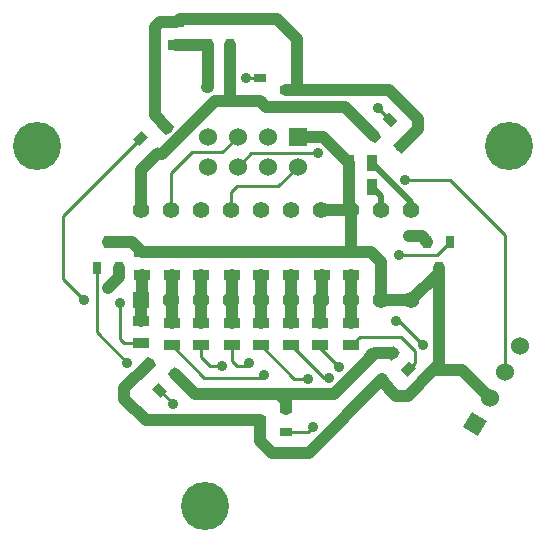
<source format=gbl>
G04 (created by PCBNEW (2013-dec-23)-stable) date Mon 23 Jun 2014 14:09:51 BST*
%MOIN*%
G04 Gerber Fmt 3.4, Leading zero omitted, Abs format*
%FSLAX34Y34*%
G01*
G70*
G90*
G04 APERTURE LIST*
%ADD10C,0.00590551*%
%ADD11R,0.0394X0.0315*%
%ADD12R,0.0315X0.0394*%
%ADD13R,0.035X0.055*%
%ADD14R,0.055X0.035*%
%ADD15R,0.06X0.06*%
%ADD16C,0.06*%
%ADD17R,0.055X0.055*%
%ADD18C,0.055*%
%ADD19C,0.16*%
%ADD20C,0.035*%
%ADD21C,0.0393701*%
%ADD22C,0.01*%
%ADD23C,0.019685*%
G04 APERTURE END LIST*
G54D10*
G54D11*
X83367Y-62711D03*
X84233Y-63086D03*
X84233Y-62336D03*
G54D10*
G36*
X87180Y-61372D02*
X87458Y-61094D01*
X87681Y-61316D01*
X87402Y-61595D01*
X87180Y-61372D01*
X87180Y-61372D01*
G37*
G36*
X88057Y-61025D02*
X88336Y-60746D01*
X88559Y-60969D01*
X88280Y-61248D01*
X88057Y-61025D01*
X88057Y-61025D01*
G37*
G36*
X87527Y-60495D02*
X87805Y-60216D01*
X88028Y-60439D01*
X87750Y-60717D01*
X87527Y-60495D01*
X87527Y-60495D01*
G37*
G36*
X79627Y-60580D02*
X79905Y-60858D01*
X79683Y-61081D01*
X79404Y-60802D01*
X79627Y-60580D01*
X79627Y-60580D01*
G37*
G36*
X79974Y-61457D02*
X80253Y-61736D01*
X80030Y-61959D01*
X79751Y-61680D01*
X79974Y-61457D01*
X79974Y-61457D01*
G37*
G36*
X80504Y-60927D02*
X80783Y-61205D01*
X80560Y-61428D01*
X80282Y-61150D01*
X80504Y-60927D01*
X80504Y-60927D01*
G37*
G54D12*
X78288Y-56767D03*
X77913Y-57633D03*
X78663Y-57633D03*
G54D10*
G36*
X80518Y-52928D02*
X80239Y-53207D01*
X80016Y-52984D01*
X80295Y-52706D01*
X80518Y-52928D01*
X80518Y-52928D01*
G37*
G36*
X79640Y-53276D02*
X79362Y-53554D01*
X79139Y-53331D01*
X79418Y-53053D01*
X79640Y-53276D01*
X79640Y-53276D01*
G37*
G36*
X80171Y-53806D02*
X79892Y-54085D01*
X79669Y-53862D01*
X79948Y-53583D01*
X80171Y-53806D01*
X80171Y-53806D01*
G37*
G54D11*
X84233Y-51688D03*
X83367Y-51313D03*
X83367Y-52063D03*
G54D10*
G36*
X88071Y-53819D02*
X87792Y-53541D01*
X88015Y-53318D01*
X88293Y-53597D01*
X88071Y-53819D01*
X88071Y-53819D01*
G37*
G36*
X87723Y-52942D02*
X87445Y-52663D01*
X87668Y-52440D01*
X87946Y-52719D01*
X87723Y-52942D01*
X87723Y-52942D01*
G37*
G36*
X87193Y-53472D02*
X86914Y-53194D01*
X87137Y-52971D01*
X87416Y-53249D01*
X87193Y-53472D01*
X87193Y-53472D01*
G37*
G54D12*
X89311Y-57633D03*
X89686Y-56767D03*
X88936Y-56767D03*
G54D13*
X86338Y-54916D03*
X87088Y-54916D03*
G54D14*
X81398Y-60212D03*
X81398Y-59462D03*
G54D13*
X86338Y-54129D03*
X87088Y-54129D03*
G54D14*
X86398Y-60212D03*
X86398Y-59462D03*
X86398Y-57850D03*
X86398Y-57100D03*
X85374Y-60212D03*
X85374Y-59462D03*
X85414Y-57850D03*
X85414Y-57100D03*
X83406Y-60212D03*
X83406Y-59462D03*
X83406Y-57850D03*
X83406Y-57100D03*
X84390Y-60212D03*
X84390Y-59462D03*
X84390Y-57850D03*
X84390Y-57100D03*
X82422Y-60212D03*
X82422Y-59462D03*
X82422Y-57850D03*
X82422Y-57100D03*
X81398Y-57850D03*
X81398Y-57100D03*
X79390Y-60134D03*
X79390Y-59384D03*
X79429Y-57850D03*
X79429Y-57100D03*
X80414Y-60212D03*
X80414Y-59462D03*
X80414Y-57850D03*
X80414Y-57100D03*
X80571Y-50193D03*
X80571Y-49443D03*
G54D15*
X84611Y-53255D03*
G54D16*
X84611Y-54255D03*
X83611Y-53255D03*
X83611Y-54255D03*
X82611Y-53255D03*
X82611Y-54255D03*
X81611Y-53255D03*
X81611Y-54255D03*
G54D10*
G36*
X90640Y-63239D02*
X90120Y-62939D01*
X90420Y-62419D01*
X90940Y-62719D01*
X90640Y-63239D01*
X90640Y-63239D01*
G37*
G54D16*
X91030Y-61963D03*
X91530Y-61097D03*
X92030Y-60231D03*
G54D17*
X79398Y-58700D03*
G54D18*
X80398Y-58700D03*
X81398Y-58700D03*
X82398Y-58700D03*
X83398Y-58700D03*
X84398Y-58700D03*
X85398Y-58700D03*
X86398Y-58700D03*
X87398Y-58700D03*
X88398Y-58700D03*
X88398Y-55700D03*
X87398Y-55700D03*
X86398Y-55700D03*
X85398Y-55700D03*
X84398Y-55700D03*
X83398Y-55700D03*
X82398Y-55700D03*
X81398Y-55700D03*
X80398Y-55700D03*
X79398Y-55700D03*
G54D19*
X81536Y-65566D03*
X91674Y-53558D03*
X75925Y-53558D03*
G54D12*
X81988Y-49326D03*
X81613Y-50192D03*
X82363Y-50192D03*
G54D20*
X84600Y-50900D03*
X78300Y-58300D03*
X87100Y-60500D03*
X88319Y-56574D03*
X88200Y-54700D03*
X85300Y-53800D03*
X81600Y-51600D03*
X78700Y-58800D03*
X88000Y-57200D03*
X82100Y-60900D03*
X82900Y-51300D03*
X83000Y-60800D03*
X77500Y-58700D03*
X85650Y-61298D03*
X80449Y-62148D03*
X84973Y-61314D03*
X78937Y-60798D03*
X85126Y-62928D03*
X85996Y-60920D03*
X83500Y-61200D03*
X87900Y-59400D03*
X88800Y-60200D03*
X87300Y-52300D03*
G54D21*
X84600Y-50900D02*
X84600Y-51688D01*
X83926Y-49326D02*
X81988Y-49326D01*
X84600Y-50900D02*
X84600Y-50000D01*
X84600Y-50000D02*
X83926Y-49326D01*
X91030Y-61963D02*
X90095Y-61028D01*
X90095Y-61028D02*
X89128Y-61028D01*
X84611Y-53255D02*
X85464Y-53255D01*
X85464Y-53255D02*
X86338Y-54129D01*
X80267Y-52956D02*
X79855Y-52544D01*
X80013Y-49443D02*
X80571Y-49443D01*
X79855Y-49601D02*
X80013Y-49443D01*
X79855Y-52544D02*
X79855Y-49601D01*
X88043Y-53569D02*
X88618Y-52993D01*
X88618Y-52993D02*
X88618Y-52652D01*
X88618Y-52652D02*
X87654Y-51688D01*
X87654Y-51688D02*
X84600Y-51688D01*
X84600Y-51688D02*
X84579Y-51688D01*
X84233Y-51688D02*
X84579Y-51688D01*
X89311Y-57633D02*
X89311Y-60845D01*
X87398Y-61377D02*
X87430Y-61344D01*
X87902Y-61881D02*
X87398Y-61377D01*
X88276Y-61881D02*
X87902Y-61881D01*
X89311Y-60845D02*
X89128Y-61028D01*
X89128Y-61028D02*
X88276Y-61881D01*
X87430Y-61344D02*
X84988Y-63786D01*
X84988Y-63786D02*
X83748Y-63786D01*
X83748Y-63786D02*
X83367Y-63404D01*
X83367Y-63404D02*
X83367Y-62711D01*
X83367Y-62711D02*
X79551Y-62711D01*
X78839Y-61646D02*
X79655Y-60830D01*
X78839Y-61999D02*
X78839Y-61646D01*
X79551Y-62711D02*
X78839Y-61999D01*
X86398Y-57100D02*
X87070Y-57100D01*
X87398Y-57428D02*
X87398Y-58700D01*
X87070Y-57100D02*
X87398Y-57428D01*
X88398Y-58700D02*
X89311Y-57786D01*
X89311Y-57786D02*
X89311Y-57633D01*
X87398Y-58700D02*
X88398Y-58700D01*
X78288Y-56767D02*
X79096Y-56767D01*
X79096Y-56767D02*
X79429Y-57100D01*
X79429Y-57100D02*
X81398Y-57100D01*
X81398Y-57100D02*
X82422Y-57100D01*
X82422Y-57100D02*
X83406Y-57100D01*
X83406Y-57100D02*
X84390Y-57100D01*
X84390Y-57100D02*
X85414Y-57100D01*
X85414Y-57100D02*
X86398Y-57100D01*
X86398Y-57100D02*
X86398Y-55700D01*
X86338Y-54916D02*
X86338Y-55639D01*
X86338Y-55639D02*
X86398Y-55700D01*
X85398Y-55700D02*
X86398Y-55700D01*
X86338Y-54129D02*
X86338Y-54916D01*
X80571Y-49443D02*
X80688Y-49326D01*
X80688Y-49326D02*
X81988Y-49326D01*
X78663Y-57633D02*
X78663Y-57936D01*
X78663Y-57936D02*
X78300Y-58300D01*
X86976Y-60623D02*
X86976Y-60676D01*
X87100Y-60500D02*
X86976Y-60623D01*
X88936Y-56767D02*
X88743Y-56574D01*
X88743Y-56574D02*
X88319Y-56574D01*
X83367Y-52063D02*
X83566Y-52262D01*
X86206Y-52262D02*
X87165Y-53221D01*
X83566Y-52262D02*
X86206Y-52262D01*
X82363Y-50192D02*
X82363Y-51961D01*
X82363Y-51961D02*
X82465Y-52063D01*
X79920Y-53834D02*
X79398Y-54356D01*
X79398Y-54356D02*
X79398Y-55700D01*
X84233Y-62336D02*
X84233Y-62058D01*
X84233Y-62058D02*
X84004Y-61829D01*
X80532Y-61178D02*
X80878Y-61523D01*
X80878Y-61523D02*
X81184Y-61829D01*
X81184Y-61829D02*
X84004Y-61829D01*
X87186Y-60467D02*
X87778Y-60467D01*
X86976Y-60676D02*
X87186Y-60467D01*
X85823Y-61829D02*
X86976Y-60676D01*
X84004Y-61829D02*
X85823Y-61829D01*
X79920Y-53834D02*
X80090Y-53834D01*
X80090Y-53834D02*
X81862Y-52063D01*
X81862Y-52063D02*
X81895Y-52063D01*
X81895Y-52063D02*
X82465Y-52063D01*
X82465Y-52063D02*
X83367Y-52063D01*
X79429Y-57850D02*
X79429Y-58668D01*
X79390Y-58707D02*
X79390Y-59384D01*
X79429Y-58668D02*
X79390Y-58707D01*
X80414Y-57850D02*
X80414Y-58684D01*
X80414Y-58684D02*
X80414Y-59462D01*
X81398Y-57850D02*
X81398Y-58700D01*
X81398Y-58700D02*
X81398Y-59462D01*
X82422Y-57850D02*
X82422Y-58676D01*
X82422Y-58676D02*
X82422Y-59462D01*
X83406Y-57850D02*
X83406Y-58692D01*
X83406Y-58692D02*
X83406Y-59462D01*
X84390Y-57850D02*
X84390Y-58692D01*
X84390Y-58692D02*
X84390Y-59462D01*
X85414Y-57850D02*
X85414Y-58684D01*
X85374Y-58723D02*
X85374Y-59462D01*
X85414Y-58684D02*
X85374Y-58723D01*
X86398Y-57850D02*
X86398Y-58700D01*
X86398Y-58700D02*
X86398Y-59462D01*
G54D22*
X82611Y-54255D02*
X83066Y-53800D01*
X91530Y-56530D02*
X91530Y-61097D01*
X89700Y-54700D02*
X91530Y-56530D01*
X88200Y-54700D02*
X89700Y-54700D01*
X83066Y-53800D02*
X85300Y-53800D01*
G54D21*
X81613Y-51586D02*
X81613Y-50192D01*
X81600Y-51600D02*
X81613Y-51586D01*
X80571Y-50193D02*
X81142Y-50193D01*
X81142Y-50193D02*
X81612Y-50193D01*
X81612Y-50193D02*
X81613Y-50192D01*
G54D22*
X82611Y-53255D02*
X82099Y-53766D01*
X80398Y-54463D02*
X80398Y-55700D01*
X81095Y-53766D02*
X80398Y-54463D01*
X82099Y-53766D02*
X81095Y-53766D01*
X84611Y-54255D02*
X83966Y-54900D01*
X82398Y-55101D02*
X82398Y-55700D01*
X82600Y-54900D02*
X82398Y-55101D01*
X83966Y-54900D02*
X82600Y-54900D01*
X89686Y-56767D02*
X89253Y-57200D01*
X78834Y-60134D02*
X79390Y-60134D01*
X78700Y-60000D02*
X78834Y-60134D01*
X78700Y-58800D02*
X78700Y-60000D01*
X89253Y-57200D02*
X88000Y-57200D01*
X82100Y-60900D02*
X81700Y-60900D01*
X81700Y-60900D02*
X81398Y-60598D01*
X81398Y-60212D02*
X81398Y-60598D01*
X82913Y-51313D02*
X83367Y-51313D01*
X82913Y-51313D02*
X82900Y-51300D01*
G54D23*
X87088Y-54916D02*
X87398Y-55226D01*
X87398Y-55226D02*
X87398Y-55700D01*
G54D22*
X79390Y-53304D02*
X76800Y-55894D01*
X82422Y-60722D02*
X82422Y-60212D01*
X82600Y-60900D02*
X82422Y-60722D01*
X82900Y-60900D02*
X82600Y-60900D01*
X83000Y-60800D02*
X82900Y-60900D01*
X76800Y-58000D02*
X77500Y-58700D01*
X76800Y-55894D02*
X76800Y-58000D01*
G54D23*
X87088Y-54129D02*
X88398Y-55439D01*
X88398Y-55439D02*
X88398Y-55700D01*
G54D22*
X86398Y-60212D02*
X86682Y-59928D01*
X88520Y-60785D02*
X88308Y-60997D01*
X88520Y-60400D02*
X88520Y-60785D01*
X88048Y-59928D02*
X88520Y-60400D01*
X86682Y-59928D02*
X88048Y-59928D01*
X80002Y-61708D02*
X80009Y-61708D01*
X85476Y-61298D02*
X84390Y-60212D01*
X85650Y-61298D02*
X85476Y-61298D01*
X80009Y-61708D02*
X80449Y-62148D01*
X77913Y-57633D02*
X77913Y-59773D01*
X84507Y-61314D02*
X83406Y-60212D01*
X84973Y-61314D02*
X84507Y-61314D01*
X77913Y-59773D02*
X78937Y-60798D01*
X85374Y-60212D02*
X85374Y-60298D01*
X84968Y-63086D02*
X84233Y-63086D01*
X85126Y-62928D02*
X84968Y-63086D01*
X85374Y-60298D02*
X85996Y-60920D01*
X87695Y-52691D02*
X87691Y-52691D01*
X81501Y-61300D02*
X80414Y-60212D01*
X83400Y-61300D02*
X81501Y-61300D01*
X83500Y-61200D02*
X83400Y-61300D01*
X88000Y-59400D02*
X87900Y-59400D01*
X88800Y-60200D02*
X88000Y-59400D01*
X87691Y-52691D02*
X87300Y-52300D01*
M02*

</source>
